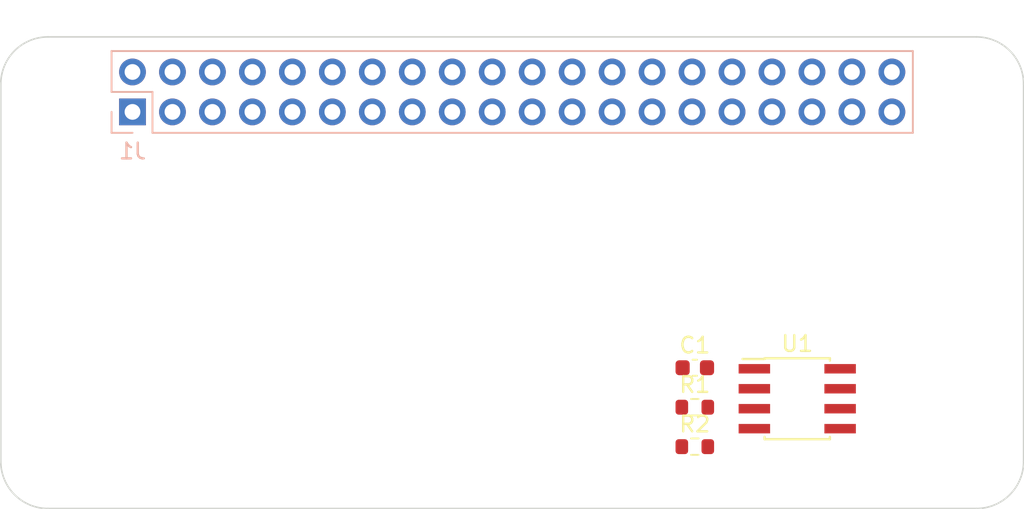
<source format=kicad_pcb>
(kicad_pcb (version 20221018) (generator pcbnew)
  (title_block (date "15 nov 2012"))
  (layers (0 "F.Cu" signal) (31 "B.Cu" signal) (34 "B.Paste" user) (35 "F.Paste" user) (36 "B.SilkS" user "B.Silkscreen") (37 "F.SilkS" user "F.Silkscreen") (38 "B.Mask" user) (39 "F.Mask" user) (44 "Edge.Cuts" user))
  (net 0 "")
  (net 1 "GND")
  (net 2 "/GPIO2{slash}SDA1")
  (net 3 "/GPIO3{slash}SCL1")
  (net 4 "/GPIO4{slash}GPCLK0")
  (net 5 "/GPIO14{slash}TXD0")
  (net 6 "/GPIO15{slash}RXD0")
  (net 7 "/GPIO17")
  (net 8 "/GPIO18{slash}PCM.CLK")
  (net 9 "/GPIO27")
  (net 10 "/GPIO22")
  (net 11 "/GPIO23")
  (net 12 "/GPIO26")
  (net 13 "/GPIO24")
  (net 14 "/GPIO10{slash}SPI0.MOSI")
  (net 15 "/GPIO9{slash}SPI0.MISO")
  (net 16 "/GPIO25")
  (net 17 "/GPIO11{slash}SPI0.SCLK")
  (net 18 "/GPIO8{slash}SPI0.CE0")
  (net 19 "/GPIO7{slash}SPI0.CE1")
  (net 20 "/ID_SDA")
  (net 21 "/ID_SCL")
  (net 22 "/GPIO5")
  (net 23 "/GPIO6")
  (net 24 "/GPIO12{slash}PWM0")
  (net 25 "/GPIO13{slash}PWM1")
  (net 26 "/GPIO19{slash}PCM.FS")
  (net 27 "/GPIO16")
  (net 28 "/GPIO20{slash}PCM.DIN")
  (net 29 "/GPIO21{slash}PCM.DOUT")
  (net 30 "+5V")
  (net 31 "+3V3")
  (net 35 "Net-(JP1-A)")
  (footprint "MountingHole:MountingHole_2.7mm_M2.5" (layer "F.Cu") (at 161.5 73.5)
    (fp_text reference "MH2" hide)
    (fp_text value "MountingHole_2.7mm_M2.5" hide)
    (pad "" np_thru_hole circle locked (at 0 0) (size 2.7 2.7) (drill 2.7) (layers "*.Cu" "*.Mask"))
  )
  (footprint "Capacitor_SMD:C_0603_1608Metric" (layer "F.Cu") (at 144.105 91.045)
    (fp_text reference "C1" (at 0 -1.43) (layer "F.SilkS"))
    (fp_text value "100n")
    (fp_line (start -0.14058 -0.51) (end 0.14058 -0.51) (stroke (width 0.12)) (layer "F.SilkS"))
    (fp_line (start -0.14058 0.51) (end 0.14058 0.51) (stroke (width 0.12)) (layer "F.SilkS"))
    (pad "1" smd roundrect (at -0.775 0) (size 0.9 0.95) (layers "F.Cu" "F.Paste" "F.Mask") (net 31 "+3V3"))
    (pad "2" smd roundrect (at 0.775 0) (size 0.9 0.95) (layers "F.Cu" "F.Paste" "F.Mask") (net 1 "GND"))
  )
  (footprint "Resistor_SMD:R_0603_1608Metric" (layer "F.Cu") (at 144.105 93.555)
    (fp_text reference "R1" (at 0 -1.43) (layer "F.SilkS"))
    (fp_text value "3.9k")
    (fp_line (start -0.237258 -0.5225) (end 0.237258 -0.5225) (stroke (width 0.12)) (layer "F.SilkS"))
    (fp_line (start -0.237258 0.5225) (end 0.237258 0.5225) (stroke (width 0.12)) (layer "F.SilkS"))
    (pad "1" smd roundrect (at -0.825 0) (size 0.8 0.95) (layers "F.Cu" "F.Paste" "F.Mask") (net 31 "+3V3"))
    (pad "2" smd roundrect (at 0.825 0) (size 0.8 0.95) (layers "F.Cu" "F.Paste" "F.Mask") (net 20 "/ID_SDA"))
  )
  (footprint "MountingHole:MountingHole_2.7mm_M2.5" (layer "F.Cu") (at 103.5 96.5)
    (fp_text reference "MH3" hide)
    (fp_text value "MountingHole_2.7mm_M2.5" hide)
    (pad "" np_thru_hole circle locked (at 0 0) (size 2.7 2.7) (drill 2.7) (layers "*.Cu" "*.Mask"))
  )
  (footprint "MountingHole:MountingHole_2.7mm_M2.5" (layer "F.Cu") (at 103.5 73.5)
    (fp_text reference "MH1" hide)
    (fp_text value "MountingHole_2.7mm_M2.5" hide)
    (pad "" np_thru_hole circle locked (at 0 0) (size 2.7 2.7) (drill 2.7) (layers "*.Cu" "*.Mask"))
  )
  (footprint "Package_SO:PowerIntegrations_SO-8" (layer "F.Cu") (at 150.615 93.015)
    (fp_text reference "U1" (at 0 -3.5) (layer "F.SilkS"))
    (fp_text value "CAT24C256")
    (fp_line (start -2.075 -2.575) (end -2.075 -2.525) (stroke (width 0.15)) (layer "F.SilkS"))
    (fp_line (start -2.075 -2.575) (end 2.075 -2.575) (stroke (width 0.15)) (layer "F.SilkS"))
    (fp_line (start -2.075 -2.525) (end -3.475 -2.525) (stroke (width 0.15)) (layer "F.SilkS"))
    (fp_line (start -2.075 2.575) (end -2.075 2.43) (stroke (width 0.15)) (layer "F.SilkS"))
    (fp_line (start -2.075 2.575) (end 2.075 2.575) (stroke (width 0.15)) (layer "F.SilkS"))
    (fp_line (start 2.075 -2.575) (end 2.075 -2.43) (stroke (width 0.15)) (layer "F.SilkS"))
    (fp_line (start 2.075 2.575) (end 2.075 2.43) (stroke (width 0.15)) (layer "F.SilkS"))
    (pad "1" smd rect (at -2.725 -1.905) (size 2 0.6) (layers "F.Cu" "F.Paste" "F.Mask"))
    (pad "2" smd rect (at -2.725 -0.635) (size 2 0.6) (layers "F.Cu" "F.Paste" "F.Mask"))
    (pad "3" smd rect (at -2.725 0.635) (size 2 0.6) (layers "F.Cu" "F.Paste" "F.Mask"))
    (pad "4" smd rect (at -2.725 1.905) (size 2 0.6) (layers "F.Cu" "F.Paste" "F.Mask") (net 1 "GND"))
    (pad "5" smd rect (at 2.725 1.905) (size 2 0.6) (layers "F.Cu" "F.Paste" "F.Mask") (net 20 "/ID_SDA"))
    (pad "6" smd rect (at 2.725 0.635) (size 2 0.6) (layers "F.Cu" "F.Paste" "F.Mask") (net 21 "/ID_SCL"))
    (pad "7" smd rect (at 2.725 -0.635) (size 2 0.6) (layers "F.Cu" "F.Paste" "F.Mask") (net 35 "Net-(JP1-A)"))
    (pad "8" smd rect (at 2.725 -1.905) (size 2 0.6) (layers "F.Cu" "F.Paste" "F.Mask") (net 31 "+3V3"))
  )
  (footprint "Resistor_SMD:R_0603_1608Metric" (layer "F.Cu") (at 144.105 96.065)
    (fp_text reference "R2" (at 0 -1.43) (layer "F.SilkS"))
    (fp_text value "3.9k")
    (fp_line (start -0.237258 -0.5225) (end 0.237258 -0.5225) (stroke (width 0.12)) (layer "F.SilkS"))
    (fp_line (start -0.237258 0.5225) (end 0.237258 0.5225) (stroke (width 0.12)) (layer "F.SilkS"))
    (pad "1" smd roundrect (at -0.825 0) (size 0.8 0.95) (layers "F.Cu" "F.Paste" "F.Mask") (net 31 "+3V3"))
    (pad "2" smd roundrect (at 0.825 0) (size 0.8 0.95) (layers "F.Cu" "F.Paste" "F.Mask") (net 21 "/ID_SCL"))
  )
  (footprint "MountingHole:MountingHole_2.7mm_M2.5" (layer "F.Cu") (at 161.5 96.5)
    (fp_text reference "MH4" hide)
    (fp_text value "MountingHole_2.7mm_M2.5" hide)
    (pad "" np_thru_hole circle locked (at 0 0) (size 2.7 2.7) (drill 2.7) (layers "*.Cu" "*.Mask"))
  )
  (footprint "Connector_PinSocket_2.54mm:PinSocket_2x20_P2.54mm_Vertical" (layer "B.Cu") (at 108.37 74.77 -90)
    (fp_text reference "J1" (at 2.5 0) (layer "B.SilkS") (effects (justify mirror)))
    (fp_text value "GPIO")
    (fp_line (start -3.87 -49.59) (end 1.33 -49.59) (stroke (width 0.12)) (layer "B.SilkS"))
    (fp_line (start -3.87 1.33) (end -3.87 -49.59) (stroke (width 0.12)) (layer "B.SilkS"))
    (fp_line (start -3.87 1.33) (end -1.27 1.33) (stroke (width 0.12)) (layer "B.SilkS"))
    (fp_line (start -1.27 -1.27) (end 1.33 -1.27) (stroke (width 0.12)) (layer "B.SilkS"))
    (fp_line (start -1.27 1.33) (end -1.27 -1.27) (stroke (width 0.12)) (layer "B.SilkS"))
    (fp_line (start 0 1.33) (end 1.33 1.33) (stroke (width 0.12)) (layer "B.SilkS"))
    (fp_line (start 1.33 -1.27) (end 1.33 -49.59) (stroke (width 0.12)) (layer "B.SilkS"))
    (fp_line (start 1.33 1.33) (end 1.33 0) (stroke (width 0.12)) (layer "B.SilkS"))
    (pad "1" thru_hole rect (at 0 0 270) (size 1.7 1.7) (drill 1) (layers "*.Cu" "*.Mask") (net 31 "+3V3"))
    (pad "2" thru_hole oval (at -2.54 0 270) (size 1.7 1.7) (drill 1) (layers "*.Cu" "*.Mask") (net 30 "+5V"))
    (pad "3" thru_hole oval (at 0 -2.54 270) (size 1.7 1.7) (drill 1) (layers "*.Cu" "*.Mask") (net 2 "/GPIO2{slash}SDA1"))
    (pad "4" thru_hole oval (at -2.54 -2.54 270) (size 1.7 1.7) (drill 1) (layers "*.Cu" "*.Mask") (net 30 "+5V"))
    (pad "5" thru_hole oval (at 0 -5.08 270) (size 1.7 1.7) (drill 1) (layers "*.Cu" "*.Mask") (net 3 "/GPIO3{slash}SCL1"))
    (pad "6" thru_hole oval (at -2.54 -5.08 270) (size 1.7 1.7) (drill 1) (layers "*.Cu" "*.Mask") (net 1 "GND"))
    (pad "7" thru_hole oval (at 0 -7.62 270) (size 1.7 1.7) (drill 1) (layers "*.Cu" "*.Mask") (net 4 "/GPIO4{slash}GPCLK0"))
    (pad "8" thru_hole oval (at -2.54 -7.62 270) (size 1.7 1.7) (drill 1) (layers "*.Cu" "*.Mask") (net 5 "/GPIO14{slash}TXD0"))
    (pad "9" thru_hole oval (at 0 -10.16 270) (size 1.7 1.7) (drill 1) (layers "*.Cu" "*.Mask") (net 1 "GND"))
    (pad "10" thru_hole oval (at -2.54 -10.16 270) (size 1.7 1.7) (drill 1) (layers "*.Cu" "*.Mask") (net 6 "/GPIO15{slash}RXD0"))
    (pad "11" thru_hole oval (at 0 -12.7 270) (size 1.7 1.7) (drill 1) (layers "*.Cu" "*.Mask") (net 7 "/GPIO17"))
    (pad "12" thru_hole oval (at -2.54 -12.7 270) (size 1.7 1.7) (drill 1) (layers "*.Cu" "*.Mask") (net 8 "/GPIO18{slash}PCM.CLK"))
    (pad "13" thru_hole oval (at 0 -15.24 270) (size 1.7 1.7) (drill 1) (layers "*.Cu" "*.Mask") (net 9 "/GPIO27"))
    (pad "14" thru_hole oval (at -2.54 -15.24 270) (size 1.7 1.7) (drill 1) (layers "*.Cu" "*.Mask") (net 1 "GND"))
    (pad "15" thru_hole oval (at 0 -17.78 270) (size 1.7 1.7) (drill 1) (layers "*.Cu" "*.Mask") (net 10 "/GPIO22"))
    (pad "16" thru_hole oval (at -2.54 -17.78 270) (size 1.7 1.7) (drill 1) (layers "*.Cu" "*.Mask") (net 11 "/GPIO23"))
    (pad "17" thru_hole oval (at 0 -20.32 270) (size 1.7 1.7) (drill 1) (layers "*.Cu" "*.Mask") (net 31 "+3V3"))
    (pad "18" thru_hole oval (at -2.54 -20.32 270) (size 1.7 1.7) (drill 1) (layers "*.Cu" "*.Mask") (net 13 "/GPIO24"))
    (pad "19" thru_hole oval (at 0 -22.86 270) (size 1.7 1.7) (drill 1) (layers "*.Cu" "*.Mask") (net 14 "/GPIO10{slash}SPI0.MOSI"))
    (pad "20" thru_hole oval (at -2.54 -22.86 270) (size 1.7 1.7) (drill 1) (layers "*.Cu" "*.Mask") (net 1 "GND"))
    (pad "21" thru_hole oval (at 0 -25.4 270) (size 1.7 1.7) (drill 1) (layers "*.Cu" "*.Mask") (net 15 "/GPIO9{slash}SPI0.MISO"))
    (pad "22" thru_hole oval (at -2.54 -25.4 270) (size 1.7 1.7) (drill 1) (layers "*.Cu" "*.Mask") (net 16 "/GPIO25"))
    (pad "23" thru_hole oval (at 0 -27.94 270) (size 1.7 1.7) (drill 1) (layers "*.Cu" "*.Mask") (net 17 "/GPIO11{slash}SPI0.SCLK"))
    (pad "24" thru_hole oval (at -2.54 -27.94 270) (size 1.7 1.7) (drill 1) (layers "*.Cu" "*.Mask") (net 18 "/GPIO8{slash}SPI0.CE0"))
    (pad "25" thru_hole oval (at 0 -30.48 270) (size 1.7 1.7) (drill 1) (layers "*.Cu" "*.Mask") (net 1 "GND"))
    (pad "26" thru_hole oval (at -2.54 -30.48 270) (size 1.7 1.7) (drill 1) (layers "*.Cu" "*.Mask") (net 19 "/GPIO7{slash}SPI0.CE1"))
    (pad "27" thru_hole oval (at 0 -33.02 270) (size 1.7 1.7) (drill 1) (layers "*.Cu" "*.Mask") (net 20 "/ID_SDA"))
    (pad "28" thru_hole oval (at -2.54 -33.02 270) (size 1.7 1.7) (drill 1) (layers "*.Cu" "*.Mask") (net 21 "/ID_SCL"))
    (pad "29" thru_hole oval (at 0 -35.56 270) (size 1.7 1.7) (drill 1) (layers "*.Cu" "*.Mask") (net 22 "/GPIO5"))
    (pad "30" thru_hole oval (at -2.54 -35.56 270) (size 1.7 1.7) (drill 1) (layers "*.Cu" "*.Mask") (net 1 "GND"))
    (pad "31" thru_hole oval (at 0 -38.1 270) (size 1.7 1.7) (drill 1) (layers "*.Cu" "*.Mask") (net 23 "/GPIO6"))
    (pad "32" thru_hole oval (at -2.54 -38.1 270) (size 1.7 1.7) (drill 1) (layers "*.Cu" "*.Mask") (net 24 "/GPIO12{slash}PWM0"))
    (pad "33" thru_hole oval (at 0 -40.64 270) (size 1.7 1.7) (drill 1) (layers "*.Cu" "*.Mask") (net 25 "/GPIO13{slash}PWM1"))
    (pad "34" thru_hole oval (at -2.54 -40.64 270) (size 1.7 1.7) (drill 1) (layers "*.Cu" "*.Mask") (net 1 "GND"))
    (pad "35" thru_hole oval (at 0 -43.18 270) (size 1.7 1.7) (drill 1) (layers "*.Cu" "*.Mask") (net 26 "/GPIO19{slash}PCM.FS"))
    (pad "36" thru_hole oval (at -2.54 -43.18 270) (size 1.7 1.7) (drill 1) (layers "*.Cu" "*.Mask") (net 27 "/GPIO16"))
    (pad "37" thru_hole oval (at 0 -45.72 270) (size 1.7 1.7) (drill 1) (layers "*.Cu" "*.Mask") (net 12 "/GPIO26"))
    (pad "38" thru_hole oval (at -2.54 -45.72 270) (size 1.7 1.7) (drill 1) (layers "*.Cu" "*.Mask") (net 28 "/GPIO20{slash}PCM.DIN"))
    (pad "39" thru_hole oval (at 0 -48.26 270) (size 1.7 1.7) (drill 1) (layers "*.Cu" "*.Mask") (net 1 "GND"))
    (pad "40" thru_hole oval (at -2.54 -48.26 270) (size 1.7 1.7) (drill 1) (layers "*.Cu" "*.Mask") (net 29 "/GPIO21{slash}PCM.DOUT"))
  )
  (gr_arc (start 162 70) (mid 164.12132 70.87868) (end 165 73) (stroke (width 0.1)) (layer "Edge.Cuts"))
  (gr_line (start 165 97) (end 165 73) (stroke (width 0.1)) (layer "Edge.Cuts"))
  (gr_line (start 100 73) (end 100 97) (stroke (width 0.1)) (layer "Edge.Cuts"))
  (gr_arc (start 103 100) (mid 100.87868 99.12132) (end 100 97) (stroke (width 0.1)) (layer "Edge.Cuts"))
  (gr_line (start 103 100) (end 162 100) (stroke (width 0.1)) (layer "Edge.Cuts"))
  (gr_arc (start 165 97) (mid 164.12132 99.12132) (end 162 100) (stroke (width 0.1)) (layer "Edge.Cuts"))
  (gr_arc (start 100 73) (mid 100.87868 70.87868) (end 103 70) (stroke (width 0.1)) (layer "Edge.Cuts"))
  (gr_line (start 162 70) (end 103 70) (stroke (width 0.1)) (layer "Edge.Cuts"))
)
</source>
